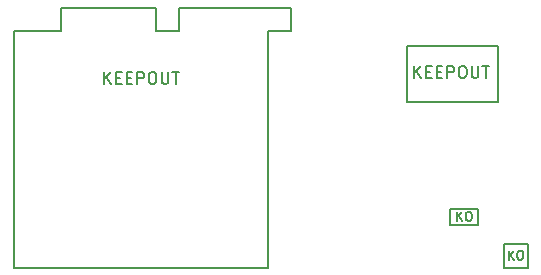
<source format=gbr>
G04 #@! TF.FileFunction,Drawing*
%FSLAX46Y46*%
G04 Gerber Fmt 4.6, Leading zero omitted, Abs format (unit mm)*
G04 Created by KiCad (PCBNEW 4.0.2-4+6225~38~ubuntu14.04.1-stable) date Wed 24 Feb 2016 09:42:55 AM PST*
%MOMM*%
G01*
G04 APERTURE LIST*
%ADD10C,0.100000*%
%ADD11C,0.150000*%
G04 APERTURE END LIST*
D10*
D11*
X163600000Y-102520000D02*
X161200000Y-102520000D01*
X161200000Y-102520000D02*
X161200000Y-103920000D01*
X161200000Y-103920000D02*
X163600000Y-103920000D01*
X163600000Y-103920000D02*
X163600000Y-102520000D01*
X165800000Y-105520000D02*
X165800000Y-107520000D01*
X165800000Y-107520000D02*
X167800000Y-107520000D01*
X167800000Y-107520000D02*
X167800000Y-105520000D01*
X167800000Y-105520000D02*
X165800000Y-105520000D01*
X165300000Y-93520000D02*
X165300000Y-88720000D01*
X165300000Y-88720000D02*
X157600000Y-88720000D01*
X157600000Y-88720000D02*
X157600000Y-93520000D01*
X157600000Y-93520000D02*
X165300000Y-93520000D01*
X124300000Y-107520000D02*
X145800000Y-107520000D01*
X124300000Y-87520000D02*
X124300000Y-107520000D01*
X147800000Y-85520000D02*
X147800000Y-87520000D01*
X147800000Y-87520000D02*
X145800000Y-87520000D01*
X145800000Y-87520000D02*
X145800000Y-107520000D01*
X147800000Y-85520000D02*
X138300000Y-85520000D01*
X138300000Y-85520000D02*
X138300000Y-87520000D01*
X138300000Y-87520000D02*
X136300000Y-87520000D01*
X136300000Y-87520000D02*
X136300000Y-85520000D01*
X136300000Y-85520000D02*
X128300000Y-85520000D01*
X128300000Y-85520000D02*
X128300000Y-87520000D01*
X128300000Y-87520000D02*
X124300000Y-87520000D01*
X161860714Y-103559286D02*
X161860714Y-102809286D01*
X162289286Y-103559286D02*
X161967857Y-103130714D01*
X162289286Y-102809286D02*
X161860714Y-103237857D01*
X162753572Y-102809286D02*
X162896429Y-102809286D01*
X162967857Y-102845000D01*
X163039286Y-102916429D01*
X163075000Y-103059286D01*
X163075000Y-103309286D01*
X163039286Y-103452143D01*
X162967857Y-103523571D01*
X162896429Y-103559286D01*
X162753572Y-103559286D01*
X162682143Y-103523571D01*
X162610714Y-103452143D01*
X162575000Y-103309286D01*
X162575000Y-103059286D01*
X162610714Y-102916429D01*
X162682143Y-102845000D01*
X162753572Y-102809286D01*
X166210714Y-106859286D02*
X166210714Y-106109286D01*
X166639286Y-106859286D02*
X166317857Y-106430714D01*
X166639286Y-106109286D02*
X166210714Y-106537857D01*
X167103572Y-106109286D02*
X167246429Y-106109286D01*
X167317857Y-106145000D01*
X167389286Y-106216429D01*
X167425000Y-106359286D01*
X167425000Y-106609286D01*
X167389286Y-106752143D01*
X167317857Y-106823571D01*
X167246429Y-106859286D01*
X167103572Y-106859286D01*
X167032143Y-106823571D01*
X166960714Y-106752143D01*
X166925000Y-106609286D01*
X166925000Y-106359286D01*
X166960714Y-106216429D01*
X167032143Y-106145000D01*
X167103572Y-106109286D01*
X158204762Y-91472381D02*
X158204762Y-90472381D01*
X158776191Y-91472381D02*
X158347619Y-90900952D01*
X158776191Y-90472381D02*
X158204762Y-91043810D01*
X159204762Y-90948571D02*
X159538096Y-90948571D01*
X159680953Y-91472381D02*
X159204762Y-91472381D01*
X159204762Y-90472381D01*
X159680953Y-90472381D01*
X160109524Y-90948571D02*
X160442858Y-90948571D01*
X160585715Y-91472381D02*
X160109524Y-91472381D01*
X160109524Y-90472381D01*
X160585715Y-90472381D01*
X161014286Y-91472381D02*
X161014286Y-90472381D01*
X161395239Y-90472381D01*
X161490477Y-90520000D01*
X161538096Y-90567619D01*
X161585715Y-90662857D01*
X161585715Y-90805714D01*
X161538096Y-90900952D01*
X161490477Y-90948571D01*
X161395239Y-90996190D01*
X161014286Y-90996190D01*
X162204762Y-90472381D02*
X162395239Y-90472381D01*
X162490477Y-90520000D01*
X162585715Y-90615238D01*
X162633334Y-90805714D01*
X162633334Y-91139048D01*
X162585715Y-91329524D01*
X162490477Y-91424762D01*
X162395239Y-91472381D01*
X162204762Y-91472381D01*
X162109524Y-91424762D01*
X162014286Y-91329524D01*
X161966667Y-91139048D01*
X161966667Y-90805714D01*
X162014286Y-90615238D01*
X162109524Y-90520000D01*
X162204762Y-90472381D01*
X163061905Y-90472381D02*
X163061905Y-91281905D01*
X163109524Y-91377143D01*
X163157143Y-91424762D01*
X163252381Y-91472381D01*
X163442858Y-91472381D01*
X163538096Y-91424762D01*
X163585715Y-91377143D01*
X163633334Y-91281905D01*
X163633334Y-90472381D01*
X163966667Y-90472381D02*
X164538096Y-90472381D01*
X164252381Y-91472381D02*
X164252381Y-90472381D01*
X131954762Y-91972381D02*
X131954762Y-90972381D01*
X132526191Y-91972381D02*
X132097619Y-91400952D01*
X132526191Y-90972381D02*
X131954762Y-91543810D01*
X132954762Y-91448571D02*
X133288096Y-91448571D01*
X133430953Y-91972381D02*
X132954762Y-91972381D01*
X132954762Y-90972381D01*
X133430953Y-90972381D01*
X133859524Y-91448571D02*
X134192858Y-91448571D01*
X134335715Y-91972381D02*
X133859524Y-91972381D01*
X133859524Y-90972381D01*
X134335715Y-90972381D01*
X134764286Y-91972381D02*
X134764286Y-90972381D01*
X135145239Y-90972381D01*
X135240477Y-91020000D01*
X135288096Y-91067619D01*
X135335715Y-91162857D01*
X135335715Y-91305714D01*
X135288096Y-91400952D01*
X135240477Y-91448571D01*
X135145239Y-91496190D01*
X134764286Y-91496190D01*
X135954762Y-90972381D02*
X136145239Y-90972381D01*
X136240477Y-91020000D01*
X136335715Y-91115238D01*
X136383334Y-91305714D01*
X136383334Y-91639048D01*
X136335715Y-91829524D01*
X136240477Y-91924762D01*
X136145239Y-91972381D01*
X135954762Y-91972381D01*
X135859524Y-91924762D01*
X135764286Y-91829524D01*
X135716667Y-91639048D01*
X135716667Y-91305714D01*
X135764286Y-91115238D01*
X135859524Y-91020000D01*
X135954762Y-90972381D01*
X136811905Y-90972381D02*
X136811905Y-91781905D01*
X136859524Y-91877143D01*
X136907143Y-91924762D01*
X137002381Y-91972381D01*
X137192858Y-91972381D01*
X137288096Y-91924762D01*
X137335715Y-91877143D01*
X137383334Y-91781905D01*
X137383334Y-90972381D01*
X137716667Y-90972381D02*
X138288096Y-90972381D01*
X138002381Y-91972381D02*
X138002381Y-90972381D01*
M02*

</source>
